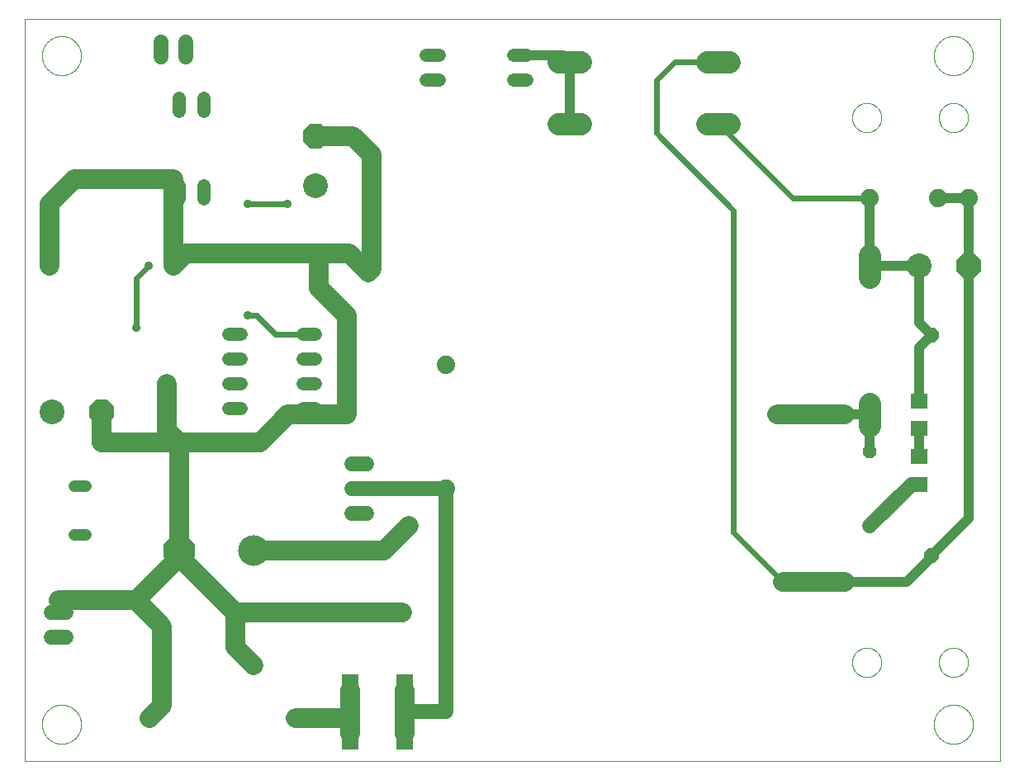
<source format=gbl>
G75*
%MOIN*%
%OFA0B0*%
%FSLAX25Y25*%
%IPPOS*%
%LPD*%
%AMOC8*
5,1,8,0,0,1.08239X$1,22.5*
%
%ADD10C,0.00000*%
%ADD11C,0.08850*%
%ADD12C,0.05200*%
%ADD13C,0.10000*%
%ADD14OC8,0.10000*%
%ADD15C,0.06000*%
%ADD16C,0.04756*%
%ADD17OC8,0.12400*%
%ADD18C,0.12400*%
%ADD19R,0.07087X0.12598*%
%ADD20OC8,0.06000*%
%ADD21OC8,0.05600*%
%ADD22R,0.07098X0.06299*%
%ADD23C,0.07400*%
%ADD24C,0.05937*%
%ADD25C,0.04000*%
%ADD26C,0.05906*%
%ADD27C,0.07874*%
%ADD28C,0.02400*%
%ADD29C,0.04100*%
%ADD30C,0.03569*%
%ADD31C,0.03937*%
D10*
X0014325Y0003000D02*
X0014325Y0302961D01*
X0408026Y0302961D01*
X0408026Y0003000D01*
X0014325Y0003000D01*
X0021451Y0018000D02*
X0021453Y0018193D01*
X0021460Y0018386D01*
X0021472Y0018579D01*
X0021489Y0018772D01*
X0021510Y0018964D01*
X0021536Y0019155D01*
X0021567Y0019346D01*
X0021602Y0019536D01*
X0021642Y0019725D01*
X0021687Y0019913D01*
X0021736Y0020100D01*
X0021790Y0020286D01*
X0021848Y0020470D01*
X0021911Y0020653D01*
X0021979Y0020834D01*
X0022050Y0021013D01*
X0022127Y0021191D01*
X0022207Y0021367D01*
X0022292Y0021540D01*
X0022381Y0021712D01*
X0022474Y0021881D01*
X0022571Y0022048D01*
X0022673Y0022213D01*
X0022778Y0022375D01*
X0022887Y0022534D01*
X0023001Y0022691D01*
X0023118Y0022844D01*
X0023238Y0022995D01*
X0023363Y0023143D01*
X0023491Y0023288D01*
X0023622Y0023429D01*
X0023757Y0023568D01*
X0023896Y0023703D01*
X0024037Y0023834D01*
X0024182Y0023962D01*
X0024330Y0024087D01*
X0024481Y0024207D01*
X0024634Y0024324D01*
X0024791Y0024438D01*
X0024950Y0024547D01*
X0025112Y0024652D01*
X0025277Y0024754D01*
X0025444Y0024851D01*
X0025613Y0024944D01*
X0025785Y0025033D01*
X0025958Y0025118D01*
X0026134Y0025198D01*
X0026312Y0025275D01*
X0026491Y0025346D01*
X0026672Y0025414D01*
X0026855Y0025477D01*
X0027039Y0025535D01*
X0027225Y0025589D01*
X0027412Y0025638D01*
X0027600Y0025683D01*
X0027789Y0025723D01*
X0027979Y0025758D01*
X0028170Y0025789D01*
X0028361Y0025815D01*
X0028553Y0025836D01*
X0028746Y0025853D01*
X0028939Y0025865D01*
X0029132Y0025872D01*
X0029325Y0025874D01*
X0029518Y0025872D01*
X0029711Y0025865D01*
X0029904Y0025853D01*
X0030097Y0025836D01*
X0030289Y0025815D01*
X0030480Y0025789D01*
X0030671Y0025758D01*
X0030861Y0025723D01*
X0031050Y0025683D01*
X0031238Y0025638D01*
X0031425Y0025589D01*
X0031611Y0025535D01*
X0031795Y0025477D01*
X0031978Y0025414D01*
X0032159Y0025346D01*
X0032338Y0025275D01*
X0032516Y0025198D01*
X0032692Y0025118D01*
X0032865Y0025033D01*
X0033037Y0024944D01*
X0033206Y0024851D01*
X0033373Y0024754D01*
X0033538Y0024652D01*
X0033700Y0024547D01*
X0033859Y0024438D01*
X0034016Y0024324D01*
X0034169Y0024207D01*
X0034320Y0024087D01*
X0034468Y0023962D01*
X0034613Y0023834D01*
X0034754Y0023703D01*
X0034893Y0023568D01*
X0035028Y0023429D01*
X0035159Y0023288D01*
X0035287Y0023143D01*
X0035412Y0022995D01*
X0035532Y0022844D01*
X0035649Y0022691D01*
X0035763Y0022534D01*
X0035872Y0022375D01*
X0035977Y0022213D01*
X0036079Y0022048D01*
X0036176Y0021881D01*
X0036269Y0021712D01*
X0036358Y0021540D01*
X0036443Y0021367D01*
X0036523Y0021191D01*
X0036600Y0021013D01*
X0036671Y0020834D01*
X0036739Y0020653D01*
X0036802Y0020470D01*
X0036860Y0020286D01*
X0036914Y0020100D01*
X0036963Y0019913D01*
X0037008Y0019725D01*
X0037048Y0019536D01*
X0037083Y0019346D01*
X0037114Y0019155D01*
X0037140Y0018964D01*
X0037161Y0018772D01*
X0037178Y0018579D01*
X0037190Y0018386D01*
X0037197Y0018193D01*
X0037199Y0018000D01*
X0037197Y0017807D01*
X0037190Y0017614D01*
X0037178Y0017421D01*
X0037161Y0017228D01*
X0037140Y0017036D01*
X0037114Y0016845D01*
X0037083Y0016654D01*
X0037048Y0016464D01*
X0037008Y0016275D01*
X0036963Y0016087D01*
X0036914Y0015900D01*
X0036860Y0015714D01*
X0036802Y0015530D01*
X0036739Y0015347D01*
X0036671Y0015166D01*
X0036600Y0014987D01*
X0036523Y0014809D01*
X0036443Y0014633D01*
X0036358Y0014460D01*
X0036269Y0014288D01*
X0036176Y0014119D01*
X0036079Y0013952D01*
X0035977Y0013787D01*
X0035872Y0013625D01*
X0035763Y0013466D01*
X0035649Y0013309D01*
X0035532Y0013156D01*
X0035412Y0013005D01*
X0035287Y0012857D01*
X0035159Y0012712D01*
X0035028Y0012571D01*
X0034893Y0012432D01*
X0034754Y0012297D01*
X0034613Y0012166D01*
X0034468Y0012038D01*
X0034320Y0011913D01*
X0034169Y0011793D01*
X0034016Y0011676D01*
X0033859Y0011562D01*
X0033700Y0011453D01*
X0033538Y0011348D01*
X0033373Y0011246D01*
X0033206Y0011149D01*
X0033037Y0011056D01*
X0032865Y0010967D01*
X0032692Y0010882D01*
X0032516Y0010802D01*
X0032338Y0010725D01*
X0032159Y0010654D01*
X0031978Y0010586D01*
X0031795Y0010523D01*
X0031611Y0010465D01*
X0031425Y0010411D01*
X0031238Y0010362D01*
X0031050Y0010317D01*
X0030861Y0010277D01*
X0030671Y0010242D01*
X0030480Y0010211D01*
X0030289Y0010185D01*
X0030097Y0010164D01*
X0029904Y0010147D01*
X0029711Y0010135D01*
X0029518Y0010128D01*
X0029325Y0010126D01*
X0029132Y0010128D01*
X0028939Y0010135D01*
X0028746Y0010147D01*
X0028553Y0010164D01*
X0028361Y0010185D01*
X0028170Y0010211D01*
X0027979Y0010242D01*
X0027789Y0010277D01*
X0027600Y0010317D01*
X0027412Y0010362D01*
X0027225Y0010411D01*
X0027039Y0010465D01*
X0026855Y0010523D01*
X0026672Y0010586D01*
X0026491Y0010654D01*
X0026312Y0010725D01*
X0026134Y0010802D01*
X0025958Y0010882D01*
X0025785Y0010967D01*
X0025613Y0011056D01*
X0025444Y0011149D01*
X0025277Y0011246D01*
X0025112Y0011348D01*
X0024950Y0011453D01*
X0024791Y0011562D01*
X0024634Y0011676D01*
X0024481Y0011793D01*
X0024330Y0011913D01*
X0024182Y0012038D01*
X0024037Y0012166D01*
X0023896Y0012297D01*
X0023757Y0012432D01*
X0023622Y0012571D01*
X0023491Y0012712D01*
X0023363Y0012857D01*
X0023238Y0013005D01*
X0023118Y0013156D01*
X0023001Y0013309D01*
X0022887Y0013466D01*
X0022778Y0013625D01*
X0022673Y0013787D01*
X0022571Y0013952D01*
X0022474Y0014119D01*
X0022381Y0014288D01*
X0022292Y0014460D01*
X0022207Y0014633D01*
X0022127Y0014809D01*
X0022050Y0014987D01*
X0021979Y0015166D01*
X0021911Y0015347D01*
X0021848Y0015530D01*
X0021790Y0015714D01*
X0021736Y0015900D01*
X0021687Y0016087D01*
X0021642Y0016275D01*
X0021602Y0016464D01*
X0021567Y0016654D01*
X0021536Y0016845D01*
X0021510Y0017036D01*
X0021489Y0017228D01*
X0021472Y0017421D01*
X0021460Y0017614D01*
X0021453Y0017807D01*
X0021451Y0018000D01*
X0348419Y0043000D02*
X0348421Y0043153D01*
X0348427Y0043307D01*
X0348437Y0043460D01*
X0348451Y0043612D01*
X0348469Y0043765D01*
X0348491Y0043916D01*
X0348516Y0044067D01*
X0348546Y0044218D01*
X0348580Y0044368D01*
X0348617Y0044516D01*
X0348658Y0044664D01*
X0348703Y0044810D01*
X0348752Y0044956D01*
X0348805Y0045100D01*
X0348861Y0045242D01*
X0348921Y0045383D01*
X0348985Y0045523D01*
X0349052Y0045661D01*
X0349123Y0045797D01*
X0349198Y0045931D01*
X0349275Y0046063D01*
X0349357Y0046193D01*
X0349441Y0046321D01*
X0349529Y0046447D01*
X0349620Y0046570D01*
X0349714Y0046691D01*
X0349812Y0046809D01*
X0349912Y0046925D01*
X0350016Y0047038D01*
X0350122Y0047149D01*
X0350231Y0047257D01*
X0350343Y0047362D01*
X0350457Y0047463D01*
X0350575Y0047562D01*
X0350694Y0047658D01*
X0350816Y0047751D01*
X0350941Y0047840D01*
X0351068Y0047927D01*
X0351197Y0048009D01*
X0351328Y0048089D01*
X0351461Y0048165D01*
X0351596Y0048238D01*
X0351733Y0048307D01*
X0351872Y0048372D01*
X0352012Y0048434D01*
X0352154Y0048492D01*
X0352297Y0048547D01*
X0352442Y0048598D01*
X0352588Y0048645D01*
X0352735Y0048688D01*
X0352883Y0048727D01*
X0353032Y0048763D01*
X0353182Y0048794D01*
X0353333Y0048822D01*
X0353484Y0048846D01*
X0353637Y0048866D01*
X0353789Y0048882D01*
X0353942Y0048894D01*
X0354095Y0048902D01*
X0354248Y0048906D01*
X0354402Y0048906D01*
X0354555Y0048902D01*
X0354708Y0048894D01*
X0354861Y0048882D01*
X0355013Y0048866D01*
X0355166Y0048846D01*
X0355317Y0048822D01*
X0355468Y0048794D01*
X0355618Y0048763D01*
X0355767Y0048727D01*
X0355915Y0048688D01*
X0356062Y0048645D01*
X0356208Y0048598D01*
X0356353Y0048547D01*
X0356496Y0048492D01*
X0356638Y0048434D01*
X0356778Y0048372D01*
X0356917Y0048307D01*
X0357054Y0048238D01*
X0357189Y0048165D01*
X0357322Y0048089D01*
X0357453Y0048009D01*
X0357582Y0047927D01*
X0357709Y0047840D01*
X0357834Y0047751D01*
X0357956Y0047658D01*
X0358075Y0047562D01*
X0358193Y0047463D01*
X0358307Y0047362D01*
X0358419Y0047257D01*
X0358528Y0047149D01*
X0358634Y0047038D01*
X0358738Y0046925D01*
X0358838Y0046809D01*
X0358936Y0046691D01*
X0359030Y0046570D01*
X0359121Y0046447D01*
X0359209Y0046321D01*
X0359293Y0046193D01*
X0359375Y0046063D01*
X0359452Y0045931D01*
X0359527Y0045797D01*
X0359598Y0045661D01*
X0359665Y0045523D01*
X0359729Y0045383D01*
X0359789Y0045242D01*
X0359845Y0045100D01*
X0359898Y0044956D01*
X0359947Y0044810D01*
X0359992Y0044664D01*
X0360033Y0044516D01*
X0360070Y0044368D01*
X0360104Y0044218D01*
X0360134Y0044067D01*
X0360159Y0043916D01*
X0360181Y0043765D01*
X0360199Y0043612D01*
X0360213Y0043460D01*
X0360223Y0043307D01*
X0360229Y0043153D01*
X0360231Y0043000D01*
X0360229Y0042847D01*
X0360223Y0042693D01*
X0360213Y0042540D01*
X0360199Y0042388D01*
X0360181Y0042235D01*
X0360159Y0042084D01*
X0360134Y0041933D01*
X0360104Y0041782D01*
X0360070Y0041632D01*
X0360033Y0041484D01*
X0359992Y0041336D01*
X0359947Y0041190D01*
X0359898Y0041044D01*
X0359845Y0040900D01*
X0359789Y0040758D01*
X0359729Y0040617D01*
X0359665Y0040477D01*
X0359598Y0040339D01*
X0359527Y0040203D01*
X0359452Y0040069D01*
X0359375Y0039937D01*
X0359293Y0039807D01*
X0359209Y0039679D01*
X0359121Y0039553D01*
X0359030Y0039430D01*
X0358936Y0039309D01*
X0358838Y0039191D01*
X0358738Y0039075D01*
X0358634Y0038962D01*
X0358528Y0038851D01*
X0358419Y0038743D01*
X0358307Y0038638D01*
X0358193Y0038537D01*
X0358075Y0038438D01*
X0357956Y0038342D01*
X0357834Y0038249D01*
X0357709Y0038160D01*
X0357582Y0038073D01*
X0357453Y0037991D01*
X0357322Y0037911D01*
X0357189Y0037835D01*
X0357054Y0037762D01*
X0356917Y0037693D01*
X0356778Y0037628D01*
X0356638Y0037566D01*
X0356496Y0037508D01*
X0356353Y0037453D01*
X0356208Y0037402D01*
X0356062Y0037355D01*
X0355915Y0037312D01*
X0355767Y0037273D01*
X0355618Y0037237D01*
X0355468Y0037206D01*
X0355317Y0037178D01*
X0355166Y0037154D01*
X0355013Y0037134D01*
X0354861Y0037118D01*
X0354708Y0037106D01*
X0354555Y0037098D01*
X0354402Y0037094D01*
X0354248Y0037094D01*
X0354095Y0037098D01*
X0353942Y0037106D01*
X0353789Y0037118D01*
X0353637Y0037134D01*
X0353484Y0037154D01*
X0353333Y0037178D01*
X0353182Y0037206D01*
X0353032Y0037237D01*
X0352883Y0037273D01*
X0352735Y0037312D01*
X0352588Y0037355D01*
X0352442Y0037402D01*
X0352297Y0037453D01*
X0352154Y0037508D01*
X0352012Y0037566D01*
X0351872Y0037628D01*
X0351733Y0037693D01*
X0351596Y0037762D01*
X0351461Y0037835D01*
X0351328Y0037911D01*
X0351197Y0037991D01*
X0351068Y0038073D01*
X0350941Y0038160D01*
X0350816Y0038249D01*
X0350694Y0038342D01*
X0350575Y0038438D01*
X0350457Y0038537D01*
X0350343Y0038638D01*
X0350231Y0038743D01*
X0350122Y0038851D01*
X0350016Y0038962D01*
X0349912Y0039075D01*
X0349812Y0039191D01*
X0349714Y0039309D01*
X0349620Y0039430D01*
X0349529Y0039553D01*
X0349441Y0039679D01*
X0349357Y0039807D01*
X0349275Y0039937D01*
X0349198Y0040069D01*
X0349123Y0040203D01*
X0349052Y0040339D01*
X0348985Y0040477D01*
X0348921Y0040617D01*
X0348861Y0040758D01*
X0348805Y0040900D01*
X0348752Y0041044D01*
X0348703Y0041190D01*
X0348658Y0041336D01*
X0348617Y0041484D01*
X0348580Y0041632D01*
X0348546Y0041782D01*
X0348516Y0041933D01*
X0348491Y0042084D01*
X0348469Y0042235D01*
X0348451Y0042388D01*
X0348437Y0042540D01*
X0348427Y0042693D01*
X0348421Y0042847D01*
X0348419Y0043000D01*
X0383419Y0043000D02*
X0383421Y0043153D01*
X0383427Y0043307D01*
X0383437Y0043460D01*
X0383451Y0043612D01*
X0383469Y0043765D01*
X0383491Y0043916D01*
X0383516Y0044067D01*
X0383546Y0044218D01*
X0383580Y0044368D01*
X0383617Y0044516D01*
X0383658Y0044664D01*
X0383703Y0044810D01*
X0383752Y0044956D01*
X0383805Y0045100D01*
X0383861Y0045242D01*
X0383921Y0045383D01*
X0383985Y0045523D01*
X0384052Y0045661D01*
X0384123Y0045797D01*
X0384198Y0045931D01*
X0384275Y0046063D01*
X0384357Y0046193D01*
X0384441Y0046321D01*
X0384529Y0046447D01*
X0384620Y0046570D01*
X0384714Y0046691D01*
X0384812Y0046809D01*
X0384912Y0046925D01*
X0385016Y0047038D01*
X0385122Y0047149D01*
X0385231Y0047257D01*
X0385343Y0047362D01*
X0385457Y0047463D01*
X0385575Y0047562D01*
X0385694Y0047658D01*
X0385816Y0047751D01*
X0385941Y0047840D01*
X0386068Y0047927D01*
X0386197Y0048009D01*
X0386328Y0048089D01*
X0386461Y0048165D01*
X0386596Y0048238D01*
X0386733Y0048307D01*
X0386872Y0048372D01*
X0387012Y0048434D01*
X0387154Y0048492D01*
X0387297Y0048547D01*
X0387442Y0048598D01*
X0387588Y0048645D01*
X0387735Y0048688D01*
X0387883Y0048727D01*
X0388032Y0048763D01*
X0388182Y0048794D01*
X0388333Y0048822D01*
X0388484Y0048846D01*
X0388637Y0048866D01*
X0388789Y0048882D01*
X0388942Y0048894D01*
X0389095Y0048902D01*
X0389248Y0048906D01*
X0389402Y0048906D01*
X0389555Y0048902D01*
X0389708Y0048894D01*
X0389861Y0048882D01*
X0390013Y0048866D01*
X0390166Y0048846D01*
X0390317Y0048822D01*
X0390468Y0048794D01*
X0390618Y0048763D01*
X0390767Y0048727D01*
X0390915Y0048688D01*
X0391062Y0048645D01*
X0391208Y0048598D01*
X0391353Y0048547D01*
X0391496Y0048492D01*
X0391638Y0048434D01*
X0391778Y0048372D01*
X0391917Y0048307D01*
X0392054Y0048238D01*
X0392189Y0048165D01*
X0392322Y0048089D01*
X0392453Y0048009D01*
X0392582Y0047927D01*
X0392709Y0047840D01*
X0392834Y0047751D01*
X0392956Y0047658D01*
X0393075Y0047562D01*
X0393193Y0047463D01*
X0393307Y0047362D01*
X0393419Y0047257D01*
X0393528Y0047149D01*
X0393634Y0047038D01*
X0393738Y0046925D01*
X0393838Y0046809D01*
X0393936Y0046691D01*
X0394030Y0046570D01*
X0394121Y0046447D01*
X0394209Y0046321D01*
X0394293Y0046193D01*
X0394375Y0046063D01*
X0394452Y0045931D01*
X0394527Y0045797D01*
X0394598Y0045661D01*
X0394665Y0045523D01*
X0394729Y0045383D01*
X0394789Y0045242D01*
X0394845Y0045100D01*
X0394898Y0044956D01*
X0394947Y0044810D01*
X0394992Y0044664D01*
X0395033Y0044516D01*
X0395070Y0044368D01*
X0395104Y0044218D01*
X0395134Y0044067D01*
X0395159Y0043916D01*
X0395181Y0043765D01*
X0395199Y0043612D01*
X0395213Y0043460D01*
X0395223Y0043307D01*
X0395229Y0043153D01*
X0395231Y0043000D01*
X0395229Y0042847D01*
X0395223Y0042693D01*
X0395213Y0042540D01*
X0395199Y0042388D01*
X0395181Y0042235D01*
X0395159Y0042084D01*
X0395134Y0041933D01*
X0395104Y0041782D01*
X0395070Y0041632D01*
X0395033Y0041484D01*
X0394992Y0041336D01*
X0394947Y0041190D01*
X0394898Y0041044D01*
X0394845Y0040900D01*
X0394789Y0040758D01*
X0394729Y0040617D01*
X0394665Y0040477D01*
X0394598Y0040339D01*
X0394527Y0040203D01*
X0394452Y0040069D01*
X0394375Y0039937D01*
X0394293Y0039807D01*
X0394209Y0039679D01*
X0394121Y0039553D01*
X0394030Y0039430D01*
X0393936Y0039309D01*
X0393838Y0039191D01*
X0393738Y0039075D01*
X0393634Y0038962D01*
X0393528Y0038851D01*
X0393419Y0038743D01*
X0393307Y0038638D01*
X0393193Y0038537D01*
X0393075Y0038438D01*
X0392956Y0038342D01*
X0392834Y0038249D01*
X0392709Y0038160D01*
X0392582Y0038073D01*
X0392453Y0037991D01*
X0392322Y0037911D01*
X0392189Y0037835D01*
X0392054Y0037762D01*
X0391917Y0037693D01*
X0391778Y0037628D01*
X0391638Y0037566D01*
X0391496Y0037508D01*
X0391353Y0037453D01*
X0391208Y0037402D01*
X0391062Y0037355D01*
X0390915Y0037312D01*
X0390767Y0037273D01*
X0390618Y0037237D01*
X0390468Y0037206D01*
X0390317Y0037178D01*
X0390166Y0037154D01*
X0390013Y0037134D01*
X0389861Y0037118D01*
X0389708Y0037106D01*
X0389555Y0037098D01*
X0389402Y0037094D01*
X0389248Y0037094D01*
X0389095Y0037098D01*
X0388942Y0037106D01*
X0388789Y0037118D01*
X0388637Y0037134D01*
X0388484Y0037154D01*
X0388333Y0037178D01*
X0388182Y0037206D01*
X0388032Y0037237D01*
X0387883Y0037273D01*
X0387735Y0037312D01*
X0387588Y0037355D01*
X0387442Y0037402D01*
X0387297Y0037453D01*
X0387154Y0037508D01*
X0387012Y0037566D01*
X0386872Y0037628D01*
X0386733Y0037693D01*
X0386596Y0037762D01*
X0386461Y0037835D01*
X0386328Y0037911D01*
X0386197Y0037991D01*
X0386068Y0038073D01*
X0385941Y0038160D01*
X0385816Y0038249D01*
X0385694Y0038342D01*
X0385575Y0038438D01*
X0385457Y0038537D01*
X0385343Y0038638D01*
X0385231Y0038743D01*
X0385122Y0038851D01*
X0385016Y0038962D01*
X0384912Y0039075D01*
X0384812Y0039191D01*
X0384714Y0039309D01*
X0384620Y0039430D01*
X0384529Y0039553D01*
X0384441Y0039679D01*
X0384357Y0039807D01*
X0384275Y0039937D01*
X0384198Y0040069D01*
X0384123Y0040203D01*
X0384052Y0040339D01*
X0383985Y0040477D01*
X0383921Y0040617D01*
X0383861Y0040758D01*
X0383805Y0040900D01*
X0383752Y0041044D01*
X0383703Y0041190D01*
X0383658Y0041336D01*
X0383617Y0041484D01*
X0383580Y0041632D01*
X0383546Y0041782D01*
X0383516Y0041933D01*
X0383491Y0042084D01*
X0383469Y0042235D01*
X0383451Y0042388D01*
X0383437Y0042540D01*
X0383427Y0042693D01*
X0383421Y0042847D01*
X0383419Y0043000D01*
X0381451Y0018000D02*
X0381453Y0018193D01*
X0381460Y0018386D01*
X0381472Y0018579D01*
X0381489Y0018772D01*
X0381510Y0018964D01*
X0381536Y0019155D01*
X0381567Y0019346D01*
X0381602Y0019536D01*
X0381642Y0019725D01*
X0381687Y0019913D01*
X0381736Y0020100D01*
X0381790Y0020286D01*
X0381848Y0020470D01*
X0381911Y0020653D01*
X0381979Y0020834D01*
X0382050Y0021013D01*
X0382127Y0021191D01*
X0382207Y0021367D01*
X0382292Y0021540D01*
X0382381Y0021712D01*
X0382474Y0021881D01*
X0382571Y0022048D01*
X0382673Y0022213D01*
X0382778Y0022375D01*
X0382887Y0022534D01*
X0383001Y0022691D01*
X0383118Y0022844D01*
X0383238Y0022995D01*
X0383363Y0023143D01*
X0383491Y0023288D01*
X0383622Y0023429D01*
X0383757Y0023568D01*
X0383896Y0023703D01*
X0384037Y0023834D01*
X0384182Y0023962D01*
X0384330Y0024087D01*
X0384481Y0024207D01*
X0384634Y0024324D01*
X0384791Y0024438D01*
X0384950Y0024547D01*
X0385112Y0024652D01*
X0385277Y0024754D01*
X0385444Y0024851D01*
X0385613Y0024944D01*
X0385785Y0025033D01*
X0385958Y0025118D01*
X0386134Y0025198D01*
X0386312Y0025275D01*
X0386491Y0025346D01*
X0386672Y0025414D01*
X0386855Y0025477D01*
X0387039Y0025535D01*
X0387225Y0025589D01*
X0387412Y0025638D01*
X0387600Y0025683D01*
X0387789Y0025723D01*
X0387979Y0025758D01*
X0388170Y0025789D01*
X0388361Y0025815D01*
X0388553Y0025836D01*
X0388746Y0025853D01*
X0388939Y0025865D01*
X0389132Y0025872D01*
X0389325Y0025874D01*
X0389518Y0025872D01*
X0389711Y0025865D01*
X0389904Y0025853D01*
X0390097Y0025836D01*
X0390289Y0025815D01*
X0390480Y0025789D01*
X0390671Y0025758D01*
X0390861Y0025723D01*
X0391050Y0025683D01*
X0391238Y0025638D01*
X0391425Y0025589D01*
X0391611Y0025535D01*
X0391795Y0025477D01*
X0391978Y0025414D01*
X0392159Y0025346D01*
X0392338Y0025275D01*
X0392516Y0025198D01*
X0392692Y0025118D01*
X0392865Y0025033D01*
X0393037Y0024944D01*
X0393206Y0024851D01*
X0393373Y0024754D01*
X0393538Y0024652D01*
X0393700Y0024547D01*
X0393859Y0024438D01*
X0394016Y0024324D01*
X0394169Y0024207D01*
X0394320Y0024087D01*
X0394468Y0023962D01*
X0394613Y0023834D01*
X0394754Y0023703D01*
X0394893Y0023568D01*
X0395028Y0023429D01*
X0395159Y0023288D01*
X0395287Y0023143D01*
X0395412Y0022995D01*
X0395532Y0022844D01*
X0395649Y0022691D01*
X0395763Y0022534D01*
X0395872Y0022375D01*
X0395977Y0022213D01*
X0396079Y0022048D01*
X0396176Y0021881D01*
X0396269Y0021712D01*
X0396358Y0021540D01*
X0396443Y0021367D01*
X0396523Y0021191D01*
X0396600Y0021013D01*
X0396671Y0020834D01*
X0396739Y0020653D01*
X0396802Y0020470D01*
X0396860Y0020286D01*
X0396914Y0020100D01*
X0396963Y0019913D01*
X0397008Y0019725D01*
X0397048Y0019536D01*
X0397083Y0019346D01*
X0397114Y0019155D01*
X0397140Y0018964D01*
X0397161Y0018772D01*
X0397178Y0018579D01*
X0397190Y0018386D01*
X0397197Y0018193D01*
X0397199Y0018000D01*
X0397197Y0017807D01*
X0397190Y0017614D01*
X0397178Y0017421D01*
X0397161Y0017228D01*
X0397140Y0017036D01*
X0397114Y0016845D01*
X0397083Y0016654D01*
X0397048Y0016464D01*
X0397008Y0016275D01*
X0396963Y0016087D01*
X0396914Y0015900D01*
X0396860Y0015714D01*
X0396802Y0015530D01*
X0396739Y0015347D01*
X0396671Y0015166D01*
X0396600Y0014987D01*
X0396523Y0014809D01*
X0396443Y0014633D01*
X0396358Y0014460D01*
X0396269Y0014288D01*
X0396176Y0014119D01*
X0396079Y0013952D01*
X0395977Y0013787D01*
X0395872Y0013625D01*
X0395763Y0013466D01*
X0395649Y0013309D01*
X0395532Y0013156D01*
X0395412Y0013005D01*
X0395287Y0012857D01*
X0395159Y0012712D01*
X0395028Y0012571D01*
X0394893Y0012432D01*
X0394754Y0012297D01*
X0394613Y0012166D01*
X0394468Y0012038D01*
X0394320Y0011913D01*
X0394169Y0011793D01*
X0394016Y0011676D01*
X0393859Y0011562D01*
X0393700Y0011453D01*
X0393538Y0011348D01*
X0393373Y0011246D01*
X0393206Y0011149D01*
X0393037Y0011056D01*
X0392865Y0010967D01*
X0392692Y0010882D01*
X0392516Y0010802D01*
X0392338Y0010725D01*
X0392159Y0010654D01*
X0391978Y0010586D01*
X0391795Y0010523D01*
X0391611Y0010465D01*
X0391425Y0010411D01*
X0391238Y0010362D01*
X0391050Y0010317D01*
X0390861Y0010277D01*
X0390671Y0010242D01*
X0390480Y0010211D01*
X0390289Y0010185D01*
X0390097Y0010164D01*
X0389904Y0010147D01*
X0389711Y0010135D01*
X0389518Y0010128D01*
X0389325Y0010126D01*
X0389132Y0010128D01*
X0388939Y0010135D01*
X0388746Y0010147D01*
X0388553Y0010164D01*
X0388361Y0010185D01*
X0388170Y0010211D01*
X0387979Y0010242D01*
X0387789Y0010277D01*
X0387600Y0010317D01*
X0387412Y0010362D01*
X0387225Y0010411D01*
X0387039Y0010465D01*
X0386855Y0010523D01*
X0386672Y0010586D01*
X0386491Y0010654D01*
X0386312Y0010725D01*
X0386134Y0010802D01*
X0385958Y0010882D01*
X0385785Y0010967D01*
X0385613Y0011056D01*
X0385444Y0011149D01*
X0385277Y0011246D01*
X0385112Y0011348D01*
X0384950Y0011453D01*
X0384791Y0011562D01*
X0384634Y0011676D01*
X0384481Y0011793D01*
X0384330Y0011913D01*
X0384182Y0012038D01*
X0384037Y0012166D01*
X0383896Y0012297D01*
X0383757Y0012432D01*
X0383622Y0012571D01*
X0383491Y0012712D01*
X0383363Y0012857D01*
X0383238Y0013005D01*
X0383118Y0013156D01*
X0383001Y0013309D01*
X0382887Y0013466D01*
X0382778Y0013625D01*
X0382673Y0013787D01*
X0382571Y0013952D01*
X0382474Y0014119D01*
X0382381Y0014288D01*
X0382292Y0014460D01*
X0382207Y0014633D01*
X0382127Y0014809D01*
X0382050Y0014987D01*
X0381979Y0015166D01*
X0381911Y0015347D01*
X0381848Y0015530D01*
X0381790Y0015714D01*
X0381736Y0015900D01*
X0381687Y0016087D01*
X0381642Y0016275D01*
X0381602Y0016464D01*
X0381567Y0016654D01*
X0381536Y0016845D01*
X0381510Y0017036D01*
X0381489Y0017228D01*
X0381472Y0017421D01*
X0381460Y0017614D01*
X0381453Y0017807D01*
X0381451Y0018000D01*
X0383419Y0263000D02*
X0383421Y0263153D01*
X0383427Y0263307D01*
X0383437Y0263460D01*
X0383451Y0263612D01*
X0383469Y0263765D01*
X0383491Y0263916D01*
X0383516Y0264067D01*
X0383546Y0264218D01*
X0383580Y0264368D01*
X0383617Y0264516D01*
X0383658Y0264664D01*
X0383703Y0264810D01*
X0383752Y0264956D01*
X0383805Y0265100D01*
X0383861Y0265242D01*
X0383921Y0265383D01*
X0383985Y0265523D01*
X0384052Y0265661D01*
X0384123Y0265797D01*
X0384198Y0265931D01*
X0384275Y0266063D01*
X0384357Y0266193D01*
X0384441Y0266321D01*
X0384529Y0266447D01*
X0384620Y0266570D01*
X0384714Y0266691D01*
X0384812Y0266809D01*
X0384912Y0266925D01*
X0385016Y0267038D01*
X0385122Y0267149D01*
X0385231Y0267257D01*
X0385343Y0267362D01*
X0385457Y0267463D01*
X0385575Y0267562D01*
X0385694Y0267658D01*
X0385816Y0267751D01*
X0385941Y0267840D01*
X0386068Y0267927D01*
X0386197Y0268009D01*
X0386328Y0268089D01*
X0386461Y0268165D01*
X0386596Y0268238D01*
X0386733Y0268307D01*
X0386872Y0268372D01*
X0387012Y0268434D01*
X0387154Y0268492D01*
X0387297Y0268547D01*
X0387442Y0268598D01*
X0387588Y0268645D01*
X0387735Y0268688D01*
X0387883Y0268727D01*
X0388032Y0268763D01*
X0388182Y0268794D01*
X0388333Y0268822D01*
X0388484Y0268846D01*
X0388637Y0268866D01*
X0388789Y0268882D01*
X0388942Y0268894D01*
X0389095Y0268902D01*
X0389248Y0268906D01*
X0389402Y0268906D01*
X0389555Y0268902D01*
X0389708Y0268894D01*
X0389861Y0268882D01*
X0390013Y0268866D01*
X0390166Y0268846D01*
X0390317Y0268822D01*
X0390468Y0268794D01*
X0390618Y0268763D01*
X0390767Y0268727D01*
X0390915Y0268688D01*
X0391062Y0268645D01*
X0391208Y0268598D01*
X0391353Y0268547D01*
X0391496Y0268492D01*
X0391638Y0268434D01*
X0391778Y0268372D01*
X0391917Y0268307D01*
X0392054Y0268238D01*
X0392189Y0268165D01*
X0392322Y0268089D01*
X0392453Y0268009D01*
X0392582Y0267927D01*
X0392709Y0267840D01*
X0392834Y0267751D01*
X0392956Y0267658D01*
X0393075Y0267562D01*
X0393193Y0267463D01*
X0393307Y0267362D01*
X0393419Y0267257D01*
X0393528Y0267149D01*
X0393634Y0267038D01*
X0393738Y0266925D01*
X0393838Y0266809D01*
X0393936Y0266691D01*
X0394030Y0266570D01*
X0394121Y0266447D01*
X0394209Y0266321D01*
X0394293Y0266193D01*
X0394375Y0266063D01*
X0394452Y0265931D01*
X0394527Y0265797D01*
X0394598Y0265661D01*
X0394665Y0265523D01*
X0394729Y0265383D01*
X0394789Y0265242D01*
X0394845Y0265100D01*
X0394898Y0264956D01*
X0394947Y0264810D01*
X0394992Y0264664D01*
X0395033Y0264516D01*
X0395070Y0264368D01*
X0395104Y0264218D01*
X0395134Y0264067D01*
X0395159Y0263916D01*
X0395181Y0263765D01*
X0395199Y0263612D01*
X0395213Y0263460D01*
X0395223Y0263307D01*
X0395229Y0263153D01*
X0395231Y0263000D01*
X0395229Y0262847D01*
X0395223Y0262693D01*
X0395213Y0262540D01*
X0395199Y0262388D01*
X0395181Y0262235D01*
X0395159Y0262084D01*
X0395134Y0261933D01*
X0395104Y0261782D01*
X0395070Y0261632D01*
X0395033Y0261484D01*
X0394992Y0261336D01*
X0394947Y0261190D01*
X0394898Y0261044D01*
X0394845Y0260900D01*
X0394789Y0260758D01*
X0394729Y0260617D01*
X0394665Y0260477D01*
X0394598Y0260339D01*
X0394527Y0260203D01*
X0394452Y0260069D01*
X0394375Y0259937D01*
X0394293Y0259807D01*
X0394209Y0259679D01*
X0394121Y0259553D01*
X0394030Y0259430D01*
X0393936Y0259309D01*
X0393838Y0259191D01*
X0393738Y0259075D01*
X0393634Y0258962D01*
X0393528Y0258851D01*
X0393419Y0258743D01*
X0393307Y0258638D01*
X0393193Y0258537D01*
X0393075Y0258438D01*
X0392956Y0258342D01*
X0392834Y0258249D01*
X0392709Y0258160D01*
X0392582Y0258073D01*
X0392453Y0257991D01*
X0392322Y0257911D01*
X0392189Y0257835D01*
X0392054Y0257762D01*
X0391917Y0257693D01*
X0391778Y0257628D01*
X0391638Y0257566D01*
X0391496Y0257508D01*
X0391353Y0257453D01*
X0391208Y0257402D01*
X0391062Y0257355D01*
X0390915Y0257312D01*
X0390767Y0257273D01*
X0390618Y0257237D01*
X0390468Y0257206D01*
X0390317Y0257178D01*
X0390166Y0257154D01*
X0390013Y0257134D01*
X0389861Y0257118D01*
X0389708Y0257106D01*
X0389555Y0257098D01*
X0389402Y0257094D01*
X0389248Y0257094D01*
X0389095Y0257098D01*
X0388942Y0257106D01*
X0388789Y0257118D01*
X0388637Y0257134D01*
X0388484Y0257154D01*
X0388333Y0257178D01*
X0388182Y0257206D01*
X0388032Y0257237D01*
X0387883Y0257273D01*
X0387735Y0257312D01*
X0387588Y0257355D01*
X0387442Y0257402D01*
X0387297Y0257453D01*
X0387154Y0257508D01*
X0387012Y0257566D01*
X0386872Y0257628D01*
X0386733Y0257693D01*
X0386596Y0257762D01*
X0386461Y0257835D01*
X0386328Y0257911D01*
X0386197Y0257991D01*
X0386068Y0258073D01*
X0385941Y0258160D01*
X0385816Y0258249D01*
X0385694Y0258342D01*
X0385575Y0258438D01*
X0385457Y0258537D01*
X0385343Y0258638D01*
X0385231Y0258743D01*
X0385122Y0258851D01*
X0385016Y0258962D01*
X0384912Y0259075D01*
X0384812Y0259191D01*
X0384714Y0259309D01*
X0384620Y0259430D01*
X0384529Y0259553D01*
X0384441Y0259679D01*
X0384357Y0259807D01*
X0384275Y0259937D01*
X0384198Y0260069D01*
X0384123Y0260203D01*
X0384052Y0260339D01*
X0383985Y0260477D01*
X0383921Y0260617D01*
X0383861Y0260758D01*
X0383805Y0260900D01*
X0383752Y0261044D01*
X0383703Y0261190D01*
X0383658Y0261336D01*
X0383617Y0261484D01*
X0383580Y0261632D01*
X0383546Y0261782D01*
X0383516Y0261933D01*
X0383491Y0262084D01*
X0383469Y0262235D01*
X0383451Y0262388D01*
X0383437Y0262540D01*
X0383427Y0262693D01*
X0383421Y0262847D01*
X0383419Y0263000D01*
X0348419Y0263000D02*
X0348421Y0263153D01*
X0348427Y0263307D01*
X0348437Y0263460D01*
X0348451Y0263612D01*
X0348469Y0263765D01*
X0348491Y0263916D01*
X0348516Y0264067D01*
X0348546Y0264218D01*
X0348580Y0264368D01*
X0348617Y0264516D01*
X0348658Y0264664D01*
X0348703Y0264810D01*
X0348752Y0264956D01*
X0348805Y0265100D01*
X0348861Y0265242D01*
X0348921Y0265383D01*
X0348985Y0265523D01*
X0349052Y0265661D01*
X0349123Y0265797D01*
X0349198Y0265931D01*
X0349275Y0266063D01*
X0349357Y0266193D01*
X0349441Y0266321D01*
X0349529Y0266447D01*
X0349620Y0266570D01*
X0349714Y0266691D01*
X0349812Y0266809D01*
X0349912Y0266925D01*
X0350016Y0267038D01*
X0350122Y0267149D01*
X0350231Y0267257D01*
X0350343Y0267362D01*
X0350457Y0267463D01*
X0350575Y0267562D01*
X0350694Y0267658D01*
X0350816Y0267751D01*
X0350941Y0267840D01*
X0351068Y0267927D01*
X0351197Y0268009D01*
X0351328Y0268089D01*
X0351461Y0268165D01*
X0351596Y0268238D01*
X0351733Y0268307D01*
X0351872Y0268372D01*
X0352012Y0268434D01*
X0352154Y0268492D01*
X0352297Y0268547D01*
X0352442Y0268598D01*
X0352588Y0268645D01*
X0352735Y0268688D01*
X0352883Y0268727D01*
X0353032Y0268763D01*
X0353182Y0268794D01*
X0353333Y0268822D01*
X0353484Y0268846D01*
X0353637Y0268866D01*
X0353789Y0268882D01*
X0353942Y0268894D01*
X0354095Y0268902D01*
X0354248Y0268906D01*
X0354402Y0268906D01*
X0354555Y0268902D01*
X0354708Y0268894D01*
X0354861Y0268882D01*
X0355013Y0268866D01*
X0355166Y0268846D01*
X0355317Y0268822D01*
X0355468Y0268794D01*
X0355618Y0268763D01*
X0355767Y0268727D01*
X0355915Y0268688D01*
X0356062Y0268645D01*
X0356208Y0268598D01*
X0356353Y0268547D01*
X0356496Y0268492D01*
X0356638Y0268434D01*
X0356778Y0268372D01*
X0356917Y0268307D01*
X0357054Y0268238D01*
X0357189Y0268165D01*
X0357322Y0268089D01*
X0357453Y0268009D01*
X0357582Y0267927D01*
X0357709Y0267840D01*
X0357834Y0267751D01*
X0357956Y0267658D01*
X0358075Y0267562D01*
X0358193Y0267463D01*
X0358307Y0267362D01*
X0358419Y0267257D01*
X0358528Y0267149D01*
X0358634Y0267038D01*
X0358738Y0266925D01*
X0358838Y0266809D01*
X0358936Y0266691D01*
X0359030Y0266570D01*
X0359121Y0266447D01*
X0359209Y0266321D01*
X0359293Y0266193D01*
X0359375Y0266063D01*
X0359452Y0265931D01*
X0359527Y0265797D01*
X0359598Y0265661D01*
X0359665Y0265523D01*
X0359729Y0265383D01*
X0359789Y0265242D01*
X0359845Y0265100D01*
X0359898Y0264956D01*
X0359947Y0264810D01*
X0359992Y0264664D01*
X0360033Y0264516D01*
X0360070Y0264368D01*
X0360104Y0264218D01*
X0360134Y0264067D01*
X0360159Y0263916D01*
X0360181Y0263765D01*
X0360199Y0263612D01*
X0360213Y0263460D01*
X0360223Y0263307D01*
X0360229Y0263153D01*
X0360231Y0263000D01*
X0360229Y0262847D01*
X0360223Y0262693D01*
X0360213Y0262540D01*
X0360199Y0262388D01*
X0360181Y0262235D01*
X0360159Y0262084D01*
X0360134Y0261933D01*
X0360104Y0261782D01*
X0360070Y0261632D01*
X0360033Y0261484D01*
X0359992Y0261336D01*
X0359947Y0261190D01*
X0359898Y0261044D01*
X0359845Y0260900D01*
X0359789Y0260758D01*
X0359729Y0260617D01*
X0359665Y0260477D01*
X0359598Y0260339D01*
X0359527Y0260203D01*
X0359452Y0260069D01*
X0359375Y0259937D01*
X0359293Y0259807D01*
X0359209Y0259679D01*
X0359121Y0259553D01*
X0359030Y0259430D01*
X0358936Y0259309D01*
X0358838Y0259191D01*
X0358738Y0259075D01*
X0358634Y0258962D01*
X0358528Y0258851D01*
X0358419Y0258743D01*
X0358307Y0258638D01*
X0358193Y0258537D01*
X0358075Y0258438D01*
X0357956Y0258342D01*
X0357834Y0258249D01*
X0357709Y0258160D01*
X0357582Y0258073D01*
X0357453Y0257991D01*
X0357322Y0257911D01*
X0357189Y0257835D01*
X0357054Y0257762D01*
X0356917Y0257693D01*
X0356778Y0257628D01*
X0356638Y0257566D01*
X0356496Y0257508D01*
X0356353Y0257453D01*
X0356208Y0257402D01*
X0356062Y0257355D01*
X0355915Y0257312D01*
X0355767Y0257273D01*
X0355618Y0257237D01*
X0355468Y0257206D01*
X0355317Y0257178D01*
X0355166Y0257154D01*
X0355013Y0257134D01*
X0354861Y0257118D01*
X0354708Y0257106D01*
X0354555Y0257098D01*
X0354402Y0257094D01*
X0354248Y0257094D01*
X0354095Y0257098D01*
X0353942Y0257106D01*
X0353789Y0257118D01*
X0353637Y0257134D01*
X0353484Y0257154D01*
X0353333Y0257178D01*
X0353182Y0257206D01*
X0353032Y0257237D01*
X0352883Y0257273D01*
X0352735Y0257312D01*
X0352588Y0257355D01*
X0352442Y0257402D01*
X0352297Y0257453D01*
X0352154Y0257508D01*
X0352012Y0257566D01*
X0351872Y0257628D01*
X0351733Y0257693D01*
X0351596Y0257762D01*
X0351461Y0257835D01*
X0351328Y0257911D01*
X0351197Y0257991D01*
X0351068Y0258073D01*
X0350941Y0258160D01*
X0350816Y0258249D01*
X0350694Y0258342D01*
X0350575Y0258438D01*
X0350457Y0258537D01*
X0350343Y0258638D01*
X0350231Y0258743D01*
X0350122Y0258851D01*
X0350016Y0258962D01*
X0349912Y0259075D01*
X0349812Y0259191D01*
X0349714Y0259309D01*
X0349620Y0259430D01*
X0349529Y0259553D01*
X0349441Y0259679D01*
X0349357Y0259807D01*
X0349275Y0259937D01*
X0349198Y0260069D01*
X0349123Y0260203D01*
X0349052Y0260339D01*
X0348985Y0260477D01*
X0348921Y0260617D01*
X0348861Y0260758D01*
X0348805Y0260900D01*
X0348752Y0261044D01*
X0348703Y0261190D01*
X0348658Y0261336D01*
X0348617Y0261484D01*
X0348580Y0261632D01*
X0348546Y0261782D01*
X0348516Y0261933D01*
X0348491Y0262084D01*
X0348469Y0262235D01*
X0348451Y0262388D01*
X0348437Y0262540D01*
X0348427Y0262693D01*
X0348421Y0262847D01*
X0348419Y0263000D01*
X0381451Y0288000D02*
X0381453Y0288193D01*
X0381460Y0288386D01*
X0381472Y0288579D01*
X0381489Y0288772D01*
X0381510Y0288964D01*
X0381536Y0289155D01*
X0381567Y0289346D01*
X0381602Y0289536D01*
X0381642Y0289725D01*
X0381687Y0289913D01*
X0381736Y0290100D01*
X0381790Y0290286D01*
X0381848Y0290470D01*
X0381911Y0290653D01*
X0381979Y0290834D01*
X0382050Y0291013D01*
X0382127Y0291191D01*
X0382207Y0291367D01*
X0382292Y0291540D01*
X0382381Y0291712D01*
X0382474Y0291881D01*
X0382571Y0292048D01*
X0382673Y0292213D01*
X0382778Y0292375D01*
X0382887Y0292534D01*
X0383001Y0292691D01*
X0383118Y0292844D01*
X0383238Y0292995D01*
X0383363Y0293143D01*
X0383491Y0293288D01*
X0383622Y0293429D01*
X0383757Y0293568D01*
X0383896Y0293703D01*
X0384037Y0293834D01*
X0384182Y0293962D01*
X0384330Y0294087D01*
X0384481Y0294207D01*
X0384634Y0294324D01*
X0384791Y0294438D01*
X0384950Y0294547D01*
X0385112Y0294652D01*
X0385277Y0294754D01*
X0385444Y0294851D01*
X0385613Y0294944D01*
X0385785Y0295033D01*
X0385958Y0295118D01*
X0386134Y0295198D01*
X0386312Y0295275D01*
X0386491Y0295346D01*
X0386672Y0295414D01*
X0386855Y0295477D01*
X0387039Y0295535D01*
X0387225Y0295589D01*
X0387412Y0295638D01*
X0387600Y0295683D01*
X0387789Y0295723D01*
X0387979Y0295758D01*
X0388170Y0295789D01*
X0388361Y0295815D01*
X0388553Y0295836D01*
X0388746Y0295853D01*
X0388939Y0295865D01*
X0389132Y0295872D01*
X0389325Y0295874D01*
X0389518Y0295872D01*
X0389711Y0295865D01*
X0389904Y0295853D01*
X0390097Y0295836D01*
X0390289Y0295815D01*
X0390480Y0295789D01*
X0390671Y0295758D01*
X0390861Y0295723D01*
X0391050Y0295683D01*
X0391238Y0295638D01*
X0391425Y0295589D01*
X0391611Y0295535D01*
X0391795Y0295477D01*
X0391978Y0295414D01*
X0392159Y0295346D01*
X0392338Y0295275D01*
X0392516Y0295198D01*
X0392692Y0295118D01*
X0392865Y0295033D01*
X0393037Y0294944D01*
X0393206Y0294851D01*
X0393373Y0294754D01*
X0393538Y0294652D01*
X0393700Y0294547D01*
X0393859Y0294438D01*
X0394016Y0294324D01*
X0394169Y0294207D01*
X0394320Y0294087D01*
X0394468Y0293962D01*
X0394613Y0293834D01*
X0394754Y0293703D01*
X0394893Y0293568D01*
X0395028Y0293429D01*
X0395159Y0293288D01*
X0395287Y0293143D01*
X0395412Y0292995D01*
X0395532Y0292844D01*
X0395649Y0292691D01*
X0395763Y0292534D01*
X0395872Y0292375D01*
X0395977Y0292213D01*
X0396079Y0292048D01*
X0396176Y0291881D01*
X0396269Y0291712D01*
X0396358Y0291540D01*
X0396443Y0291367D01*
X0396523Y0291191D01*
X0396600Y0291013D01*
X0396671Y0290834D01*
X0396739Y0290653D01*
X0396802Y0290470D01*
X0396860Y0290286D01*
X0396914Y0290100D01*
X0396963Y0289913D01*
X0397008Y0289725D01*
X0397048Y0289536D01*
X0397083Y0289346D01*
X0397114Y0289155D01*
X0397140Y0288964D01*
X0397161Y0288772D01*
X0397178Y0288579D01*
X0397190Y0288386D01*
X0397197Y0288193D01*
X0397199Y0288000D01*
X0397197Y0287807D01*
X0397190Y0287614D01*
X0397178Y0287421D01*
X0397161Y0287228D01*
X0397140Y0287036D01*
X0397114Y0286845D01*
X0397083Y0286654D01*
X0397048Y0286464D01*
X0397008Y0286275D01*
X0396963Y0286087D01*
X0396914Y0285900D01*
X0396860Y0285714D01*
X0396802Y0285530D01*
X0396739Y0285347D01*
X0396671Y0285166D01*
X0396600Y0284987D01*
X0396523Y0284809D01*
X0396443Y0284633D01*
X0396358Y0284460D01*
X0396269Y0284288D01*
X0396176Y0284119D01*
X0396079Y0283952D01*
X0395977Y0283787D01*
X0395872Y0283625D01*
X0395763Y0283466D01*
X0395649Y0283309D01*
X0395532Y0283156D01*
X0395412Y0283005D01*
X0395287Y0282857D01*
X0395159Y0282712D01*
X0395028Y0282571D01*
X0394893Y0282432D01*
X0394754Y0282297D01*
X0394613Y0282166D01*
X0394468Y0282038D01*
X0394320Y0281913D01*
X0394169Y0281793D01*
X0394016Y0281676D01*
X0393859Y0281562D01*
X0393700Y0281453D01*
X0393538Y0281348D01*
X0393373Y0281246D01*
X0393206Y0281149D01*
X0393037Y0281056D01*
X0392865Y0280967D01*
X0392692Y0280882D01*
X0392516Y0280802D01*
X0392338Y0280725D01*
X0392159Y0280654D01*
X0391978Y0280586D01*
X0391795Y0280523D01*
X0391611Y0280465D01*
X0391425Y0280411D01*
X0391238Y0280362D01*
X0391050Y0280317D01*
X0390861Y0280277D01*
X0390671Y0280242D01*
X0390480Y0280211D01*
X0390289Y0280185D01*
X0390097Y0280164D01*
X0389904Y0280147D01*
X0389711Y0280135D01*
X0389518Y0280128D01*
X0389325Y0280126D01*
X0389132Y0280128D01*
X0388939Y0280135D01*
X0388746Y0280147D01*
X0388553Y0280164D01*
X0388361Y0280185D01*
X0388170Y0280211D01*
X0387979Y0280242D01*
X0387789Y0280277D01*
X0387600Y0280317D01*
X0387412Y0280362D01*
X0387225Y0280411D01*
X0387039Y0280465D01*
X0386855Y0280523D01*
X0386672Y0280586D01*
X0386491Y0280654D01*
X0386312Y0280725D01*
X0386134Y0280802D01*
X0385958Y0280882D01*
X0385785Y0280967D01*
X0385613Y0281056D01*
X0385444Y0281149D01*
X0385277Y0281246D01*
X0385112Y0281348D01*
X0384950Y0281453D01*
X0384791Y0281562D01*
X0384634Y0281676D01*
X0384481Y0281793D01*
X0384330Y0281913D01*
X0384182Y0282038D01*
X0384037Y0282166D01*
X0383896Y0282297D01*
X0383757Y0282432D01*
X0383622Y0282571D01*
X0383491Y0282712D01*
X0383363Y0282857D01*
X0383238Y0283005D01*
X0383118Y0283156D01*
X0383001Y0283309D01*
X0382887Y0283466D01*
X0382778Y0283625D01*
X0382673Y0283787D01*
X0382571Y0283952D01*
X0382474Y0284119D01*
X0382381Y0284288D01*
X0382292Y0284460D01*
X0382207Y0284633D01*
X0382127Y0284809D01*
X0382050Y0284987D01*
X0381979Y0285166D01*
X0381911Y0285347D01*
X0381848Y0285530D01*
X0381790Y0285714D01*
X0381736Y0285900D01*
X0381687Y0286087D01*
X0381642Y0286275D01*
X0381602Y0286464D01*
X0381567Y0286654D01*
X0381536Y0286845D01*
X0381510Y0287036D01*
X0381489Y0287228D01*
X0381472Y0287421D01*
X0381460Y0287614D01*
X0381453Y0287807D01*
X0381451Y0288000D01*
X0021451Y0288000D02*
X0021453Y0288193D01*
X0021460Y0288386D01*
X0021472Y0288579D01*
X0021489Y0288772D01*
X0021510Y0288964D01*
X0021536Y0289155D01*
X0021567Y0289346D01*
X0021602Y0289536D01*
X0021642Y0289725D01*
X0021687Y0289913D01*
X0021736Y0290100D01*
X0021790Y0290286D01*
X0021848Y0290470D01*
X0021911Y0290653D01*
X0021979Y0290834D01*
X0022050Y0291013D01*
X0022127Y0291191D01*
X0022207Y0291367D01*
X0022292Y0291540D01*
X0022381Y0291712D01*
X0022474Y0291881D01*
X0022571Y0292048D01*
X0022673Y0292213D01*
X0022778Y0292375D01*
X0022887Y0292534D01*
X0023001Y0292691D01*
X0023118Y0292844D01*
X0023238Y0292995D01*
X0023363Y0293143D01*
X0023491Y0293288D01*
X0023622Y0293429D01*
X0023757Y0293568D01*
X0023896Y0293703D01*
X0024037Y0293834D01*
X0024182Y0293962D01*
X0024330Y0294087D01*
X0024481Y0294207D01*
X0024634Y0294324D01*
X0024791Y0294438D01*
X0024950Y0294547D01*
X0025112Y0294652D01*
X0025277Y0294754D01*
X0025444Y0294851D01*
X0025613Y0294944D01*
X0025785Y0295033D01*
X0025958Y0295118D01*
X0026134Y0295198D01*
X0026312Y0295275D01*
X0026491Y0295346D01*
X0026672Y0295414D01*
X0026855Y0295477D01*
X0027039Y0295535D01*
X0027225Y0295589D01*
X0027412Y0295638D01*
X0027600Y0295683D01*
X0027789Y0295723D01*
X0027979Y0295758D01*
X0028170Y0295789D01*
X0028361Y0295815D01*
X0028553Y0295836D01*
X0028746Y0295853D01*
X0028939Y0295865D01*
X0029132Y0295872D01*
X0029325Y0295874D01*
X0029518Y0295872D01*
X0029711Y0295865D01*
X0029904Y0295853D01*
X0030097Y0295836D01*
X0030289Y0295815D01*
X0030480Y0295789D01*
X0030671Y0295758D01*
X0030861Y0295723D01*
X0031050Y0295683D01*
X0031238Y0295638D01*
X0031425Y0295589D01*
X0031611Y0295535D01*
X0031795Y0295477D01*
X0031978Y0295414D01*
X0032159Y0295346D01*
X0032338Y0295275D01*
X0032516Y0295198D01*
X0032692Y0295118D01*
X0032865Y0295033D01*
X0033037Y0294944D01*
X0033206Y0294851D01*
X0033373Y0294754D01*
X0033538Y0294652D01*
X0033700Y0294547D01*
X0033859Y0294438D01*
X0034016Y0294324D01*
X0034169Y0294207D01*
X0034320Y0294087D01*
X0034468Y0293962D01*
X0034613Y0293834D01*
X0034754Y0293703D01*
X0034893Y0293568D01*
X0035028Y0293429D01*
X0035159Y0293288D01*
X0035287Y0293143D01*
X0035412Y0292995D01*
X0035532Y0292844D01*
X0035649Y0292691D01*
X0035763Y0292534D01*
X0035872Y0292375D01*
X0035977Y0292213D01*
X0036079Y0292048D01*
X0036176Y0291881D01*
X0036269Y0291712D01*
X0036358Y0291540D01*
X0036443Y0291367D01*
X0036523Y0291191D01*
X0036600Y0291013D01*
X0036671Y0290834D01*
X0036739Y0290653D01*
X0036802Y0290470D01*
X0036860Y0290286D01*
X0036914Y0290100D01*
X0036963Y0289913D01*
X0037008Y0289725D01*
X0037048Y0289536D01*
X0037083Y0289346D01*
X0037114Y0289155D01*
X0037140Y0288964D01*
X0037161Y0288772D01*
X0037178Y0288579D01*
X0037190Y0288386D01*
X0037197Y0288193D01*
X0037199Y0288000D01*
X0037197Y0287807D01*
X0037190Y0287614D01*
X0037178Y0287421D01*
X0037161Y0287228D01*
X0037140Y0287036D01*
X0037114Y0286845D01*
X0037083Y0286654D01*
X0037048Y0286464D01*
X0037008Y0286275D01*
X0036963Y0286087D01*
X0036914Y0285900D01*
X0036860Y0285714D01*
X0036802Y0285530D01*
X0036739Y0285347D01*
X0036671Y0285166D01*
X0036600Y0284987D01*
X0036523Y0284809D01*
X0036443Y0284633D01*
X0036358Y0284460D01*
X0036269Y0284288D01*
X0036176Y0284119D01*
X0036079Y0283952D01*
X0035977Y0283787D01*
X0035872Y0283625D01*
X0035763Y0283466D01*
X0035649Y0283309D01*
X0035532Y0283156D01*
X0035412Y0283005D01*
X0035287Y0282857D01*
X0035159Y0282712D01*
X0035028Y0282571D01*
X0034893Y0282432D01*
X0034754Y0282297D01*
X0034613Y0282166D01*
X0034468Y0282038D01*
X0034320Y0281913D01*
X0034169Y0281793D01*
X0034016Y0281676D01*
X0033859Y0281562D01*
X0033700Y0281453D01*
X0033538Y0281348D01*
X0033373Y0281246D01*
X0033206Y0281149D01*
X0033037Y0281056D01*
X0032865Y0280967D01*
X0032692Y0280882D01*
X0032516Y0280802D01*
X0032338Y0280725D01*
X0032159Y0280654D01*
X0031978Y0280586D01*
X0031795Y0280523D01*
X0031611Y0280465D01*
X0031425Y0280411D01*
X0031238Y0280362D01*
X0031050Y0280317D01*
X0030861Y0280277D01*
X0030671Y0280242D01*
X0030480Y0280211D01*
X0030289Y0280185D01*
X0030097Y0280164D01*
X0029904Y0280147D01*
X0029711Y0280135D01*
X0029518Y0280128D01*
X0029325Y0280126D01*
X0029132Y0280128D01*
X0028939Y0280135D01*
X0028746Y0280147D01*
X0028553Y0280164D01*
X0028361Y0280185D01*
X0028170Y0280211D01*
X0027979Y0280242D01*
X0027789Y0280277D01*
X0027600Y0280317D01*
X0027412Y0280362D01*
X0027225Y0280411D01*
X0027039Y0280465D01*
X0026855Y0280523D01*
X0026672Y0280586D01*
X0026491Y0280654D01*
X0026312Y0280725D01*
X0026134Y0280802D01*
X0025958Y0280882D01*
X0025785Y0280967D01*
X0025613Y0281056D01*
X0025444Y0281149D01*
X0025277Y0281246D01*
X0025112Y0281348D01*
X0024950Y0281453D01*
X0024791Y0281562D01*
X0024634Y0281676D01*
X0024481Y0281793D01*
X0024330Y0281913D01*
X0024182Y0282038D01*
X0024037Y0282166D01*
X0023896Y0282297D01*
X0023757Y0282432D01*
X0023622Y0282571D01*
X0023491Y0282712D01*
X0023363Y0282857D01*
X0023238Y0283005D01*
X0023118Y0283156D01*
X0023001Y0283309D01*
X0022887Y0283466D01*
X0022778Y0283625D01*
X0022673Y0283787D01*
X0022571Y0283952D01*
X0022474Y0284119D01*
X0022381Y0284288D01*
X0022292Y0284460D01*
X0022207Y0284633D01*
X0022127Y0284809D01*
X0022050Y0284987D01*
X0021979Y0285166D01*
X0021911Y0285347D01*
X0021848Y0285530D01*
X0021790Y0285714D01*
X0021736Y0285900D01*
X0021687Y0286087D01*
X0021642Y0286275D01*
X0021602Y0286464D01*
X0021567Y0286654D01*
X0021536Y0286845D01*
X0021510Y0287036D01*
X0021489Y0287228D01*
X0021472Y0287421D01*
X0021460Y0287614D01*
X0021453Y0287807D01*
X0021451Y0288000D01*
D11*
X0229900Y0285500D02*
X0238750Y0285500D01*
X0238750Y0260500D02*
X0229900Y0260500D01*
X0289900Y0260500D02*
X0298750Y0260500D01*
X0298750Y0285500D02*
X0289900Y0285500D01*
X0355575Y0207425D02*
X0355575Y0198575D01*
X0355575Y0147425D02*
X0355575Y0138575D01*
D12*
X0217025Y0278000D02*
X0211825Y0278000D01*
X0211825Y0288000D02*
X0217025Y0288000D01*
X0181825Y0288000D02*
X0176625Y0288000D01*
X0176625Y0278000D02*
X0181825Y0278000D01*
X0086825Y0270700D02*
X0086825Y0265500D01*
X0076825Y0265500D02*
X0076825Y0270700D01*
X0076825Y0235500D02*
X0076825Y0230300D01*
X0086825Y0230300D02*
X0086825Y0235500D01*
X0096725Y0175500D02*
X0101925Y0175500D01*
X0101925Y0165500D02*
X0096725Y0165500D01*
X0096725Y0155500D02*
X0101925Y0155500D01*
X0101925Y0145500D02*
X0096725Y0145500D01*
X0126725Y0145500D02*
X0131925Y0145500D01*
X0131925Y0155500D02*
X0126725Y0155500D01*
X0126725Y0165500D02*
X0131925Y0165500D01*
X0131925Y0175500D02*
X0126725Y0175500D01*
D13*
X0131825Y0235500D03*
X0025575Y0144250D03*
X0375575Y0203000D03*
D14*
X0395575Y0203000D03*
X0131825Y0255500D03*
X0045575Y0144250D03*
D15*
X0146325Y0123000D02*
X0152325Y0123000D01*
X0152325Y0113000D02*
X0146325Y0113000D01*
X0149325Y0113000D02*
X0184325Y0113000D01*
X0184325Y0023000D01*
X0167849Y0023000D01*
X0152325Y0103000D02*
X0146325Y0103000D01*
X0355575Y0098000D02*
X0372477Y0114902D01*
X0375575Y0114902D01*
D16*
X0039203Y0114093D02*
X0034447Y0114093D01*
X0034447Y0094407D02*
X0039203Y0094407D01*
D17*
X0076825Y0088000D03*
D18*
X0106825Y0088000D03*
D19*
X0145802Y0031750D03*
X0167849Y0031750D03*
X0167849Y0014250D03*
X0145802Y0014250D03*
D20*
X0123825Y0020500D03*
X0064825Y0020500D03*
X0380575Y0086000D03*
X0380575Y0175000D03*
D21*
X0355575Y0128000D03*
X0355575Y0098000D03*
D22*
X0375575Y0114902D03*
X0375575Y0126098D03*
X0375575Y0137402D03*
X0375575Y0148598D03*
D23*
X0345575Y0143000D03*
X0318075Y0143000D03*
X0320575Y0075500D03*
X0345575Y0075500D03*
X0184325Y0113000D03*
X0184325Y0163000D03*
X0024325Y0203000D03*
X0024325Y0228000D03*
X0355575Y0230500D03*
X0383075Y0230500D03*
X0395575Y0230500D03*
D24*
X0079325Y0287531D02*
X0079325Y0293469D01*
X0069325Y0293469D02*
X0069325Y0287531D01*
X0031044Y0063000D02*
X0025107Y0063000D01*
X0025107Y0053000D02*
X0031044Y0053000D01*
D25*
X0028075Y0063000D02*
X0028075Y0068000D01*
X0234325Y0260500D02*
X0234325Y0285500D01*
X0231825Y0288000D01*
X0211825Y0288000D01*
D26*
X0129325Y0208000D03*
X0133075Y0194250D03*
X0153075Y0200500D03*
X0074325Y0203000D03*
X0059325Y0238000D03*
X0071825Y0155500D03*
X0076825Y0131750D03*
X0118075Y0140500D03*
X0169325Y0098000D03*
X0166825Y0063000D03*
X0156825Y0063000D03*
X0146825Y0063000D03*
X0136825Y0063000D03*
X0106825Y0041750D03*
X0059325Y0068000D03*
D27*
X0076825Y0085500D01*
X0099325Y0063000D01*
X0099325Y0049250D01*
X0106825Y0041750D01*
X0099325Y0063000D02*
X0136825Y0063000D01*
X0146825Y0063000D01*
X0156825Y0063000D01*
X0166825Y0063000D01*
X0159325Y0088000D02*
X0169325Y0098000D01*
X0159325Y0088000D02*
X0106825Y0088000D01*
X0076825Y0088000D02*
X0076825Y0085500D01*
X0076825Y0088000D02*
X0076825Y0131750D01*
X0045575Y0131750D01*
X0045575Y0144250D01*
X0071825Y0136750D02*
X0076825Y0131750D01*
X0109325Y0131750D01*
X0118075Y0140500D01*
X0120575Y0143000D01*
X0144325Y0143000D01*
X0144325Y0183000D01*
X0133075Y0194250D01*
X0133075Y0208000D01*
X0129325Y0208000D01*
X0079325Y0208000D01*
X0074325Y0203000D01*
X0074325Y0235500D01*
X0074325Y0238000D02*
X0059325Y0238000D01*
X0034325Y0238000D01*
X0024325Y0228000D01*
X0024325Y0203000D01*
X0071825Y0155500D02*
X0071825Y0136750D01*
X0145575Y0208000D02*
X0153075Y0200500D01*
X0154325Y0201750D01*
X0154325Y0248000D01*
X0146825Y0255500D01*
X0131825Y0255500D01*
X0129325Y0208000D02*
X0145575Y0208000D01*
X0318075Y0143000D02*
X0345575Y0143000D01*
X0345575Y0075500D02*
X0320575Y0075500D01*
X0167849Y0031750D02*
X0167849Y0023000D01*
X0167849Y0014250D01*
X0145802Y0014250D02*
X0145802Y0023000D01*
X0143302Y0020500D01*
X0123825Y0020500D01*
X0145802Y0023000D02*
X0145802Y0031750D01*
X0069825Y0025500D02*
X0064825Y0020500D01*
X0069825Y0025500D02*
X0069825Y0057500D01*
X0059325Y0068000D01*
X0028075Y0068000D01*
D28*
X0115575Y0175500D02*
X0108075Y0183000D01*
X0104325Y0183000D01*
X0115575Y0175500D02*
X0129325Y0175500D01*
X0064325Y0203000D02*
X0059325Y0198000D01*
X0059325Y0178000D01*
X0104325Y0228000D02*
X0120575Y0228000D01*
X0076825Y0235500D02*
X0074325Y0235500D01*
X0074325Y0238000D01*
X0269325Y0256750D02*
X0300575Y0225500D01*
X0300575Y0095500D01*
X0320575Y0075500D01*
X0324325Y0230500D02*
X0294325Y0260500D01*
X0269325Y0256750D02*
X0269325Y0278000D01*
X0276825Y0285500D01*
X0294325Y0285500D01*
X0324325Y0230500D02*
X0355575Y0230500D01*
D29*
X0069825Y0057500D03*
D30*
X0059325Y0178000D03*
X0064325Y0203000D03*
X0104325Y0183000D03*
X0104325Y0228000D03*
X0120575Y0228000D03*
D31*
X0345575Y0143000D02*
X0355575Y0143000D01*
X0355575Y0128000D01*
X0375575Y0126098D02*
X0375575Y0137402D01*
X0375575Y0148598D02*
X0375575Y0170000D01*
X0380575Y0175000D01*
X0375575Y0180000D01*
X0375575Y0203000D01*
X0355575Y0203000D01*
X0355575Y0230500D01*
X0383075Y0230500D02*
X0395575Y0230500D01*
X0395575Y0203000D01*
X0395575Y0101000D01*
X0380575Y0086000D01*
X0380575Y0085500D01*
X0370575Y0075500D01*
X0345575Y0075500D01*
M02*

</source>
